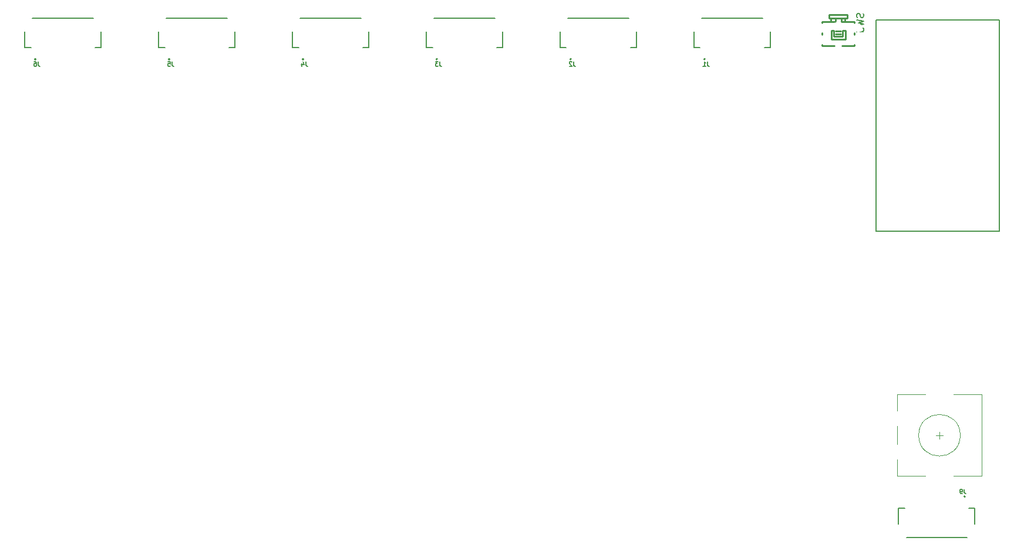
<source format=gbo>
G04 #@! TF.GenerationSoftware,KiCad,Pcbnew,7.0.8*
G04 #@! TF.CreationDate,2023-10-17T17:25:18-07:00*
G04 #@! TF.ProjectId,Seismos_CoreL,53656973-6d6f-4735-9f43-6f72654c2e6b,rev?*
G04 #@! TF.SameCoordinates,Original*
G04 #@! TF.FileFunction,Legend,Bot*
G04 #@! TF.FilePolarity,Positive*
%FSLAX46Y46*%
G04 Gerber Fmt 4.6, Leading zero omitted, Abs format (unit mm)*
G04 Created by KiCad (PCBNEW 7.0.8) date 2023-10-17 17:25:18*
%MOMM*%
%LPD*%
G01*
G04 APERTURE LIST*
G04 Aperture macros list*
%AMFreePoly0*
4,1,6,0.600000,0.200000,0.000000,-0.400000,-0.600000,0.200000,-0.600000,0.400000,0.600000,0.400000,0.600000,0.200000,0.600000,0.200000,$1*%
%AMFreePoly1*
4,1,6,0.600000,-0.250000,-0.600000,-0.250000,-0.600000,1.000000,0.000000,0.400000,0.600000,1.000000,0.600000,-0.250000,0.600000,-0.250000,$1*%
G04 Aperture macros list end*
%ADD10C,0.150000*%
%ADD11C,0.120000*%
%ADD12C,0.127000*%
%ADD13C,0.200000*%
%ADD14C,0.254000*%
%ADD15C,0.250000*%
%ADD16C,0.100000*%
%ADD17C,2.000000*%
%ADD18R,3.200000X2.000000*%
%ADD19C,1.200000*%
%ADD20O,2.500000X1.700000*%
%ADD21C,3.200000*%
%ADD22R,1.700000X1.700000*%
%ADD23O,1.700000X1.700000*%
%ADD24C,0.900000*%
%ADD25C,1.400000*%
%ADD26C,1.600000*%
%ADD27R,1.600000X1.600000*%
%ADD28FreePoly0,270.000000*%
%ADD29FreePoly0,90.000000*%
%ADD30FreePoly1,90.000000*%
%ADD31FreePoly1,270.000000*%
%ADD32R,0.600000X1.550000*%
%ADD33R,1.200000X1.800000*%
%ADD34R,1.550000X1.000000*%
G04 APERTURE END LIST*
D10*
X35945332Y-27054676D02*
X35945332Y-27511819D01*
X35945332Y-27511819D02*
X35975809Y-27603247D01*
X35975809Y-27603247D02*
X36036761Y-27664200D01*
X36036761Y-27664200D02*
X36128190Y-27694676D01*
X36128190Y-27694676D02*
X36189142Y-27694676D01*
X35366285Y-27054676D02*
X35488190Y-27054676D01*
X35488190Y-27054676D02*
X35549142Y-27085152D01*
X35549142Y-27085152D02*
X35579618Y-27115628D01*
X35579618Y-27115628D02*
X35640571Y-27207057D01*
X35640571Y-27207057D02*
X35671047Y-27328961D01*
X35671047Y-27328961D02*
X35671047Y-27572771D01*
X35671047Y-27572771D02*
X35640571Y-27633723D01*
X35640571Y-27633723D02*
X35610094Y-27664200D01*
X35610094Y-27664200D02*
X35549142Y-27694676D01*
X35549142Y-27694676D02*
X35427237Y-27694676D01*
X35427237Y-27694676D02*
X35366285Y-27664200D01*
X35366285Y-27664200D02*
X35335809Y-27633723D01*
X35335809Y-27633723D02*
X35305332Y-27572771D01*
X35305332Y-27572771D02*
X35305332Y-27420390D01*
X35305332Y-27420390D02*
X35335809Y-27359438D01*
X35335809Y-27359438D02*
X35366285Y-27328961D01*
X35366285Y-27328961D02*
X35427237Y-27298485D01*
X35427237Y-27298485D02*
X35549142Y-27298485D01*
X35549142Y-27298485D02*
X35610094Y-27328961D01*
X35610094Y-27328961D02*
X35640571Y-27359438D01*
X35640571Y-27359438D02*
X35671047Y-27420390D01*
X55245332Y-27054676D02*
X55245332Y-27511819D01*
X55245332Y-27511819D02*
X55275809Y-27603247D01*
X55275809Y-27603247D02*
X55336761Y-27664200D01*
X55336761Y-27664200D02*
X55428190Y-27694676D01*
X55428190Y-27694676D02*
X55489142Y-27694676D01*
X54635809Y-27054676D02*
X54940571Y-27054676D01*
X54940571Y-27054676D02*
X54971047Y-27359438D01*
X54971047Y-27359438D02*
X54940571Y-27328961D01*
X54940571Y-27328961D02*
X54879618Y-27298485D01*
X54879618Y-27298485D02*
X54727237Y-27298485D01*
X54727237Y-27298485D02*
X54666285Y-27328961D01*
X54666285Y-27328961D02*
X54635809Y-27359438D01*
X54635809Y-27359438D02*
X54605332Y-27420390D01*
X54605332Y-27420390D02*
X54605332Y-27572771D01*
X54605332Y-27572771D02*
X54635809Y-27633723D01*
X54635809Y-27633723D02*
X54666285Y-27664200D01*
X54666285Y-27664200D02*
X54727237Y-27694676D01*
X54727237Y-27694676D02*
X54879618Y-27694676D01*
X54879618Y-27694676D02*
X54940571Y-27664200D01*
X54940571Y-27664200D02*
X54971047Y-27633723D01*
X154901700Y-20093673D02*
X154949319Y-20236530D01*
X154949319Y-20236530D02*
X154949319Y-20474625D01*
X154949319Y-20474625D02*
X154901700Y-20569863D01*
X154901700Y-20569863D02*
X154854080Y-20617482D01*
X154854080Y-20617482D02*
X154758842Y-20665101D01*
X154758842Y-20665101D02*
X154663604Y-20665101D01*
X154663604Y-20665101D02*
X154568366Y-20617482D01*
X154568366Y-20617482D02*
X154520747Y-20569863D01*
X154520747Y-20569863D02*
X154473128Y-20474625D01*
X154473128Y-20474625D02*
X154425509Y-20284149D01*
X154425509Y-20284149D02*
X154377890Y-20188911D01*
X154377890Y-20188911D02*
X154330271Y-20141292D01*
X154330271Y-20141292D02*
X154235033Y-20093673D01*
X154235033Y-20093673D02*
X154139795Y-20093673D01*
X154139795Y-20093673D02*
X154044557Y-20141292D01*
X154044557Y-20141292D02*
X153996938Y-20188911D01*
X153996938Y-20188911D02*
X153949319Y-20284149D01*
X153949319Y-20284149D02*
X153949319Y-20522244D01*
X153949319Y-20522244D02*
X153996938Y-20665101D01*
X153949319Y-20998435D02*
X154949319Y-21236530D01*
X154949319Y-21236530D02*
X154235033Y-21427006D01*
X154235033Y-21427006D02*
X154949319Y-21617482D01*
X154949319Y-21617482D02*
X153949319Y-21855578D01*
X153949319Y-22141292D02*
X153949319Y-22760339D01*
X153949319Y-22760339D02*
X154330271Y-22427006D01*
X154330271Y-22427006D02*
X154330271Y-22569863D01*
X154330271Y-22569863D02*
X154377890Y-22665101D01*
X154377890Y-22665101D02*
X154425509Y-22712720D01*
X154425509Y-22712720D02*
X154520747Y-22760339D01*
X154520747Y-22760339D02*
X154758842Y-22760339D01*
X154758842Y-22760339D02*
X154854080Y-22712720D01*
X154854080Y-22712720D02*
X154901700Y-22665101D01*
X154901700Y-22665101D02*
X154949319Y-22569863D01*
X154949319Y-22569863D02*
X154949319Y-22284149D01*
X154949319Y-22284149D02*
X154901700Y-22188911D01*
X154901700Y-22188911D02*
X154854080Y-22141292D01*
X132445332Y-27054676D02*
X132445332Y-27511819D01*
X132445332Y-27511819D02*
X132475809Y-27603247D01*
X132475809Y-27603247D02*
X132536761Y-27664200D01*
X132536761Y-27664200D02*
X132628190Y-27694676D01*
X132628190Y-27694676D02*
X132689142Y-27694676D01*
X131805332Y-27694676D02*
X132171047Y-27694676D01*
X131988190Y-27694676D02*
X131988190Y-27054676D01*
X131988190Y-27054676D02*
X132049142Y-27146104D01*
X132049142Y-27146104D02*
X132110094Y-27207057D01*
X132110094Y-27207057D02*
X132171047Y-27237533D01*
X169481332Y-88741876D02*
X169481332Y-89199019D01*
X169481332Y-89199019D02*
X169511809Y-89290447D01*
X169511809Y-89290447D02*
X169572761Y-89351400D01*
X169572761Y-89351400D02*
X169664190Y-89381876D01*
X169664190Y-89381876D02*
X169725142Y-89381876D01*
X169146094Y-89381876D02*
X169024190Y-89381876D01*
X169024190Y-89381876D02*
X168963237Y-89351400D01*
X168963237Y-89351400D02*
X168932761Y-89320923D01*
X168932761Y-89320923D02*
X168871809Y-89229495D01*
X168871809Y-89229495D02*
X168841332Y-89107590D01*
X168841332Y-89107590D02*
X168841332Y-88863780D01*
X168841332Y-88863780D02*
X168871809Y-88802828D01*
X168871809Y-88802828D02*
X168902285Y-88772352D01*
X168902285Y-88772352D02*
X168963237Y-88741876D01*
X168963237Y-88741876D02*
X169085142Y-88741876D01*
X169085142Y-88741876D02*
X169146094Y-88772352D01*
X169146094Y-88772352D02*
X169176571Y-88802828D01*
X169176571Y-88802828D02*
X169207047Y-88863780D01*
X169207047Y-88863780D02*
X169207047Y-89016161D01*
X169207047Y-89016161D02*
X169176571Y-89077114D01*
X169176571Y-89077114D02*
X169146094Y-89107590D01*
X169146094Y-89107590D02*
X169085142Y-89138066D01*
X169085142Y-89138066D02*
X168963237Y-89138066D01*
X168963237Y-89138066D02*
X168902285Y-89107590D01*
X168902285Y-89107590D02*
X168871809Y-89077114D01*
X168871809Y-89077114D02*
X168841332Y-89016161D01*
X93845332Y-27054676D02*
X93845332Y-27511819D01*
X93845332Y-27511819D02*
X93875809Y-27603247D01*
X93875809Y-27603247D02*
X93936761Y-27664200D01*
X93936761Y-27664200D02*
X94028190Y-27694676D01*
X94028190Y-27694676D02*
X94089142Y-27694676D01*
X93601523Y-27054676D02*
X93205332Y-27054676D01*
X93205332Y-27054676D02*
X93418666Y-27298485D01*
X93418666Y-27298485D02*
X93327237Y-27298485D01*
X93327237Y-27298485D02*
X93266285Y-27328961D01*
X93266285Y-27328961D02*
X93235809Y-27359438D01*
X93235809Y-27359438D02*
X93205332Y-27420390D01*
X93205332Y-27420390D02*
X93205332Y-27572771D01*
X93205332Y-27572771D02*
X93235809Y-27633723D01*
X93235809Y-27633723D02*
X93266285Y-27664200D01*
X93266285Y-27664200D02*
X93327237Y-27694676D01*
X93327237Y-27694676D02*
X93510094Y-27694676D01*
X93510094Y-27694676D02*
X93571047Y-27664200D01*
X93571047Y-27664200D02*
X93601523Y-27633723D01*
X74545332Y-27054676D02*
X74545332Y-27511819D01*
X74545332Y-27511819D02*
X74575809Y-27603247D01*
X74575809Y-27603247D02*
X74636761Y-27664200D01*
X74636761Y-27664200D02*
X74728190Y-27694676D01*
X74728190Y-27694676D02*
X74789142Y-27694676D01*
X73966285Y-27268009D02*
X73966285Y-27694676D01*
X74118666Y-27024200D02*
X74271047Y-27481342D01*
X74271047Y-27481342D02*
X73874856Y-27481342D01*
X113145332Y-27054676D02*
X113145332Y-27511819D01*
X113145332Y-27511819D02*
X113175809Y-27603247D01*
X113175809Y-27603247D02*
X113236761Y-27664200D01*
X113236761Y-27664200D02*
X113328190Y-27694676D01*
X113328190Y-27694676D02*
X113389142Y-27694676D01*
X112871047Y-27115628D02*
X112840571Y-27085152D01*
X112840571Y-27085152D02*
X112779618Y-27054676D01*
X112779618Y-27054676D02*
X112627237Y-27054676D01*
X112627237Y-27054676D02*
X112566285Y-27085152D01*
X112566285Y-27085152D02*
X112535809Y-27115628D01*
X112535809Y-27115628D02*
X112505332Y-27176580D01*
X112505332Y-27176580D02*
X112505332Y-27237533D01*
X112505332Y-27237533D02*
X112535809Y-27328961D01*
X112535809Y-27328961D02*
X112901523Y-27694676D01*
X112901523Y-27694676D02*
X112505332Y-27694676D01*
D11*
X171990000Y-86860000D02*
X171990000Y-75060000D01*
X167890000Y-86860000D02*
X171990000Y-86860000D01*
X167890000Y-75060000D02*
X171990000Y-75060000D01*
X166390000Y-80960000D02*
X165390000Y-80960000D01*
X165890000Y-81460000D02*
X165890000Y-80460000D01*
X163890000Y-86860000D02*
X159790000Y-86860000D01*
X159790000Y-86860000D02*
X159790000Y-84460000D01*
X159790000Y-82260000D02*
X159790000Y-79660000D01*
X159790000Y-77460000D02*
X159790000Y-75060000D01*
X159790000Y-75060000D02*
X163890000Y-75060000D01*
X168890000Y-80960000D02*
G75*
G03*
X168890000Y-80960000I-3000000J0D01*
G01*
D10*
X174526000Y-21016000D02*
X174526000Y-51496000D01*
X156746000Y-21016000D02*
X174526000Y-21016000D01*
X156746000Y-21016000D02*
X156746000Y-51496000D01*
X174526000Y-51496000D02*
X156746000Y-51496000D01*
D12*
X34000000Y-25050000D02*
X34000000Y-22720000D01*
X34880000Y-25050000D02*
X34000000Y-25050000D01*
X35110000Y-20800000D02*
X43890000Y-20800000D01*
X44120000Y-25050000D02*
X45000000Y-25050000D01*
X45000000Y-25050000D02*
X45000000Y-22720000D01*
D13*
X35600000Y-26700000D02*
G75*
G03*
X35600000Y-26700000I-100000J0D01*
G01*
D12*
X53300000Y-25050000D02*
X53300000Y-22720000D01*
X54180000Y-25050000D02*
X53300000Y-25050000D01*
X54410000Y-20800000D02*
X63190000Y-20800000D01*
X63420000Y-25050000D02*
X64300000Y-25050000D01*
X64300000Y-25050000D02*
X64300000Y-22720000D01*
D13*
X54900000Y-26700000D02*
G75*
G03*
X54900000Y-26700000I-100000J0D01*
G01*
D14*
X148937500Y-24799500D02*
X148937500Y-24630500D01*
X150748500Y-24799500D02*
X149001500Y-24799500D01*
X153637500Y-24799500D02*
X151826500Y-24799500D01*
X153637500Y-24630500D02*
X153637500Y-24799500D01*
X150271500Y-23811500D02*
X152303500Y-23811500D01*
X152303500Y-23811500D02*
X152303500Y-22541500D01*
X150652500Y-23430500D02*
X151922500Y-23430500D01*
X151922500Y-23430500D02*
X151922500Y-22541500D01*
X148937500Y-23168500D02*
X148937500Y-22930500D01*
X150906500Y-23049500D02*
X151668500Y-23049500D01*
X153637500Y-22930500D02*
X153637500Y-23168500D01*
X150906500Y-22668500D02*
X151668500Y-22668500D01*
X150271500Y-22541500D02*
X150271500Y-23811500D01*
X150271500Y-22541500D02*
X150652500Y-22541500D01*
X150652500Y-22541500D02*
X150652500Y-23430500D01*
X151922500Y-22541500D02*
X152303500Y-22541500D01*
X148937500Y-21468500D02*
X148937500Y-21299500D01*
X150748500Y-21299500D02*
X148937500Y-21299500D01*
X153637500Y-21299500D02*
X153637500Y-21468500D01*
X153637500Y-21299500D02*
X151826500Y-21299500D01*
X149987500Y-20763500D02*
X152587500Y-20763500D01*
X150196500Y-20763500D02*
X150196500Y-21299500D01*
X150858500Y-20763500D02*
X150858500Y-21299500D01*
X151713500Y-20763500D02*
X151713500Y-21299500D01*
X152281500Y-20763500D02*
X152281500Y-21299500D01*
X149987500Y-20299500D02*
X149987500Y-20763500D01*
X149987500Y-20299500D02*
X152587500Y-20299500D01*
X152587500Y-20299500D02*
X152587500Y-20763500D01*
D12*
X130500000Y-25050000D02*
X130500000Y-22720000D01*
X131380000Y-25050000D02*
X130500000Y-25050000D01*
X131610000Y-20800000D02*
X140390000Y-20800000D01*
X140620000Y-25050000D02*
X141500000Y-25050000D01*
X141500000Y-25050000D02*
X141500000Y-22720000D01*
D13*
X132100000Y-26700000D02*
G75*
G03*
X132100000Y-26700000I-100000J0D01*
G01*
D12*
X171000000Y-91450000D02*
X171000000Y-93780000D01*
X170120000Y-91450000D02*
X171000000Y-91450000D01*
X169890000Y-95700000D02*
X161110000Y-95700000D01*
X160880000Y-91450000D02*
X160000000Y-91450000D01*
X160000000Y-91450000D02*
X160000000Y-93780000D01*
D13*
X169600000Y-89800000D02*
G75*
G03*
X169600000Y-89800000I-100000J0D01*
G01*
D12*
X91900000Y-25050000D02*
X91900000Y-22720000D01*
X92780000Y-25050000D02*
X91900000Y-25050000D01*
X93010000Y-20800000D02*
X101790000Y-20800000D01*
X102020000Y-25050000D02*
X102900000Y-25050000D01*
X102900000Y-25050000D02*
X102900000Y-22720000D01*
D13*
X93500000Y-26700000D02*
G75*
G03*
X93500000Y-26700000I-100000J0D01*
G01*
D12*
X72600000Y-25050000D02*
X72600000Y-22720000D01*
X73480000Y-25050000D02*
X72600000Y-25050000D01*
X73710000Y-20800000D02*
X82490000Y-20800000D01*
X82720000Y-25050000D02*
X83600000Y-25050000D01*
X83600000Y-25050000D02*
X83600000Y-22720000D01*
D13*
X74200000Y-26700000D02*
G75*
G03*
X74200000Y-26700000I-100000J0D01*
G01*
D12*
X111200000Y-25050000D02*
X111200000Y-22720000D01*
X112080000Y-25050000D02*
X111200000Y-25050000D01*
X112310000Y-20800000D02*
X121090000Y-20800000D01*
X121320000Y-25050000D02*
X122200000Y-25050000D01*
X122200000Y-25050000D02*
X122200000Y-22720000D01*
D13*
X112800000Y-26700000D02*
G75*
G03*
X112800000Y-26700000I-100000J0D01*
G01*
%LPC*%
D15*
X166523000Y-22286000D02*
G75*
G03*
X166523000Y-22286000I-125000J0D01*
G01*
X164999000Y-22286000D02*
G75*
G03*
X164999000Y-22286000I-125000J0D01*
G01*
X166523000Y-24826000D02*
G75*
G03*
X166523000Y-24826000I-125000J0D01*
G01*
X164999000Y-24826000D02*
G75*
G03*
X164999000Y-24826000I-125000J0D01*
G01*
X166523000Y-27366000D02*
G75*
G03*
X166523000Y-27366000I-125000J0D01*
G01*
X164999000Y-27366000D02*
G75*
G03*
X164999000Y-27366000I-125000J0D01*
G01*
X166523000Y-29906000D02*
G75*
G03*
X166523000Y-29906000I-125000J0D01*
G01*
X164999000Y-29906000D02*
G75*
G03*
X164999000Y-29906000I-125000J0D01*
G01*
X166523000Y-32446000D02*
G75*
G03*
X166523000Y-32446000I-125000J0D01*
G01*
X164999000Y-32446000D02*
G75*
G03*
X164999000Y-32446000I-125000J0D01*
G01*
X166523000Y-34986000D02*
G75*
G03*
X166523000Y-34986000I-125000J0D01*
G01*
X164999000Y-34986000D02*
G75*
G03*
X164999000Y-34986000I-125000J0D01*
G01*
X166523000Y-37526000D02*
G75*
G03*
X166523000Y-37526000I-125000J0D01*
G01*
X164999000Y-37526000D02*
G75*
G03*
X164999000Y-37526000I-125000J0D01*
G01*
X166523000Y-40066000D02*
G75*
G03*
X166523000Y-40066000I-125000J0D01*
G01*
X164999000Y-40066000D02*
G75*
G03*
X164999000Y-40066000I-125000J0D01*
G01*
X166523000Y-42606000D02*
G75*
G03*
X166523000Y-42606000I-125000J0D01*
G01*
X164999000Y-42606000D02*
G75*
G03*
X164999000Y-42606000I-125000J0D01*
G01*
X166523000Y-45146000D02*
G75*
G03*
X166523000Y-45146000I-125000J0D01*
G01*
X164999000Y-45146000D02*
G75*
G03*
X164999000Y-45146000I-125000J0D01*
G01*
X166523000Y-47686000D02*
G75*
G03*
X166523000Y-47686000I-125000J0D01*
G01*
X164999000Y-47686000D02*
G75*
G03*
X164999000Y-47686000I-125000J0D01*
G01*
X166523000Y-50226000D02*
G75*
G03*
X166523000Y-50226000I-125000J0D01*
G01*
X164999000Y-50226000D02*
G75*
G03*
X164999000Y-50226000I-125000J0D01*
G01*
D16*
X160556000Y-22794000D02*
X159540000Y-22794000D01*
X159540000Y-21778000D01*
X160556000Y-21778000D01*
X160556000Y-22794000D01*
G36*
X160556000Y-22794000D02*
G01*
X159540000Y-22794000D01*
X159540000Y-21778000D01*
X160556000Y-21778000D01*
X160556000Y-22794000D01*
G37*
X171732000Y-22794000D02*
X170716000Y-22794000D01*
X170716000Y-21778000D01*
X171732000Y-21778000D01*
X171732000Y-22794000D01*
G36*
X171732000Y-22794000D02*
G01*
X170716000Y-22794000D01*
X170716000Y-21778000D01*
X171732000Y-21778000D01*
X171732000Y-22794000D01*
G37*
X160556000Y-25334000D02*
X159540000Y-25334000D01*
X159540000Y-24318000D01*
X160556000Y-24318000D01*
X160556000Y-25334000D01*
G36*
X160556000Y-25334000D02*
G01*
X159540000Y-25334000D01*
X159540000Y-24318000D01*
X160556000Y-24318000D01*
X160556000Y-25334000D01*
G37*
X171732000Y-25334000D02*
X170716000Y-25334000D01*
X170716000Y-24318000D01*
X171732000Y-24318000D01*
X171732000Y-25334000D01*
G36*
X171732000Y-25334000D02*
G01*
X170716000Y-25334000D01*
X170716000Y-24318000D01*
X171732000Y-24318000D01*
X171732000Y-25334000D01*
G37*
X160556000Y-27874000D02*
X159540000Y-27874000D01*
X159540000Y-26858000D01*
X160556000Y-26858000D01*
X160556000Y-27874000D01*
G36*
X160556000Y-27874000D02*
G01*
X159540000Y-27874000D01*
X159540000Y-26858000D01*
X160556000Y-26858000D01*
X160556000Y-27874000D01*
G37*
X171732000Y-27874000D02*
X170716000Y-27874000D01*
X170716000Y-26858000D01*
X171732000Y-26858000D01*
X171732000Y-27874000D01*
G36*
X171732000Y-27874000D02*
G01*
X170716000Y-27874000D01*
X170716000Y-26858000D01*
X171732000Y-26858000D01*
X171732000Y-27874000D01*
G37*
X160556000Y-30414000D02*
X159540000Y-30414000D01*
X159540000Y-29398000D01*
X160556000Y-29398000D01*
X160556000Y-30414000D01*
G36*
X160556000Y-30414000D02*
G01*
X159540000Y-30414000D01*
X159540000Y-29398000D01*
X160556000Y-29398000D01*
X160556000Y-30414000D01*
G37*
X171732000Y-30414000D02*
X170716000Y-30414000D01*
X170716000Y-29398000D01*
X171732000Y-29398000D01*
X171732000Y-30414000D01*
G36*
X171732000Y-30414000D02*
G01*
X170716000Y-30414000D01*
X170716000Y-29398000D01*
X171732000Y-29398000D01*
X171732000Y-30414000D01*
G37*
X160556000Y-32954000D02*
X159540000Y-32954000D01*
X159540000Y-31938000D01*
X160556000Y-31938000D01*
X160556000Y-32954000D01*
G36*
X160556000Y-32954000D02*
G01*
X159540000Y-32954000D01*
X159540000Y-31938000D01*
X160556000Y-31938000D01*
X160556000Y-32954000D01*
G37*
X171732000Y-32954000D02*
X170716000Y-32954000D01*
X170716000Y-31938000D01*
X171732000Y-31938000D01*
X171732000Y-32954000D01*
G36*
X171732000Y-32954000D02*
G01*
X170716000Y-32954000D01*
X170716000Y-31938000D01*
X171732000Y-31938000D01*
X171732000Y-32954000D01*
G37*
X160556000Y-35494000D02*
X159540000Y-35494000D01*
X159540000Y-34478000D01*
X160556000Y-34478000D01*
X160556000Y-35494000D01*
G36*
X160556000Y-35494000D02*
G01*
X159540000Y-35494000D01*
X159540000Y-34478000D01*
X160556000Y-34478000D01*
X160556000Y-35494000D01*
G37*
X171732000Y-35494000D02*
X170716000Y-35494000D01*
X170716000Y-34478000D01*
X171732000Y-34478000D01*
X171732000Y-35494000D01*
G36*
X171732000Y-35494000D02*
G01*
X170716000Y-35494000D01*
X170716000Y-34478000D01*
X171732000Y-34478000D01*
X171732000Y-35494000D01*
G37*
X160556000Y-38034000D02*
X159540000Y-38034000D01*
X159540000Y-37018000D01*
X160556000Y-37018000D01*
X160556000Y-38034000D01*
G36*
X160556000Y-38034000D02*
G01*
X159540000Y-38034000D01*
X159540000Y-37018000D01*
X160556000Y-37018000D01*
X160556000Y-38034000D01*
G37*
X171732000Y-38034000D02*
X170716000Y-38034000D01*
X170716000Y-37018000D01*
X171732000Y-37018000D01*
X171732000Y-38034000D01*
G36*
X171732000Y-38034000D02*
G01*
X170716000Y-38034000D01*
X170716000Y-37018000D01*
X171732000Y-37018000D01*
X171732000Y-38034000D01*
G37*
X160556000Y-40574000D02*
X159540000Y-40574000D01*
X159540000Y-39558000D01*
X160556000Y-39558000D01*
X160556000Y-40574000D01*
G36*
X160556000Y-40574000D02*
G01*
X159540000Y-40574000D01*
X159540000Y-39558000D01*
X160556000Y-39558000D01*
X160556000Y-40574000D01*
G37*
X171732000Y-40574000D02*
X170716000Y-40574000D01*
X170716000Y-39558000D01*
X171732000Y-39558000D01*
X171732000Y-40574000D01*
G36*
X171732000Y-40574000D02*
G01*
X170716000Y-40574000D01*
X170716000Y-39558000D01*
X171732000Y-39558000D01*
X171732000Y-40574000D01*
G37*
X160556000Y-43114000D02*
X159540000Y-43114000D01*
X159540000Y-42098000D01*
X160556000Y-42098000D01*
X160556000Y-43114000D01*
G36*
X160556000Y-43114000D02*
G01*
X159540000Y-43114000D01*
X159540000Y-42098000D01*
X160556000Y-42098000D01*
X160556000Y-43114000D01*
G37*
X171732000Y-43114000D02*
X170716000Y-43114000D01*
X170716000Y-42098000D01*
X171732000Y-42098000D01*
X171732000Y-43114000D01*
G36*
X171732000Y-43114000D02*
G01*
X170716000Y-43114000D01*
X170716000Y-42098000D01*
X171732000Y-42098000D01*
X171732000Y-43114000D01*
G37*
X160556000Y-45654000D02*
X159540000Y-45654000D01*
X159540000Y-44638000D01*
X160556000Y-44638000D01*
X160556000Y-45654000D01*
G36*
X160556000Y-45654000D02*
G01*
X159540000Y-45654000D01*
X159540000Y-44638000D01*
X160556000Y-44638000D01*
X160556000Y-45654000D01*
G37*
X171732000Y-45654000D02*
X170716000Y-45654000D01*
X170716000Y-44638000D01*
X171732000Y-44638000D01*
X171732000Y-45654000D01*
G36*
X171732000Y-45654000D02*
G01*
X170716000Y-45654000D01*
X170716000Y-44638000D01*
X171732000Y-44638000D01*
X171732000Y-45654000D01*
G37*
X160556000Y-48194000D02*
X159540000Y-48194000D01*
X159540000Y-47178000D01*
X160556000Y-47178000D01*
X160556000Y-48194000D01*
G36*
X160556000Y-48194000D02*
G01*
X159540000Y-48194000D01*
X159540000Y-47178000D01*
X160556000Y-47178000D01*
X160556000Y-48194000D01*
G37*
X171732000Y-48194000D02*
X170716000Y-48194000D01*
X170716000Y-47178000D01*
X171732000Y-47178000D01*
X171732000Y-48194000D01*
G36*
X171732000Y-48194000D02*
G01*
X170716000Y-48194000D01*
X170716000Y-47178000D01*
X171732000Y-47178000D01*
X171732000Y-48194000D01*
G37*
X160556000Y-50734000D02*
X159540000Y-50734000D01*
X159540000Y-49718000D01*
X160556000Y-49718000D01*
X160556000Y-50734000D01*
G36*
X160556000Y-50734000D02*
G01*
X159540000Y-50734000D01*
X159540000Y-49718000D01*
X160556000Y-49718000D01*
X160556000Y-50734000D01*
G37*
X171732000Y-50734000D02*
X170716000Y-50734000D01*
X170716000Y-49718000D01*
X171732000Y-49718000D01*
X171732000Y-50734000D01*
G36*
X171732000Y-50734000D02*
G01*
X170716000Y-50734000D01*
X170716000Y-49718000D01*
X171732000Y-49718000D01*
X171732000Y-50734000D01*
G37*
D17*
X173390000Y-83460000D03*
X173390000Y-78460000D03*
X173390000Y-80960000D03*
D18*
X165890000Y-86560000D03*
X165890000Y-75360000D03*
D17*
X158890000Y-78460000D03*
X158890000Y-83460000D03*
D19*
X173330000Y-67275000D03*
X166330000Y-67275000D03*
X173330000Y-69025000D03*
X166330000Y-69025000D03*
D20*
X164530000Y-71125000D03*
X168530000Y-71125000D03*
X171530000Y-71125000D03*
X163530000Y-66925000D03*
D21*
X156000000Y-64750000D03*
X87600000Y-25500000D03*
D22*
X160556000Y-53766000D03*
D23*
X163096000Y-53766000D03*
X165636000Y-53766000D03*
X168176000Y-53766000D03*
X170716000Y-53766000D03*
D24*
X174800000Y-61632000D03*
X174800000Y-58632000D03*
D21*
X49000000Y-25500000D03*
D25*
X168050500Y-58632000D03*
X168050500Y-60632000D03*
D21*
X126200000Y-25500000D03*
D26*
X173256000Y-22286000D03*
D27*
X173256000Y-22286000D03*
D28*
X171478000Y-22286000D03*
D29*
X159794000Y-22286000D03*
D26*
X158016000Y-22286000D03*
X173256000Y-24826000D03*
D28*
X171478000Y-24826000D03*
D29*
X159794000Y-24826000D03*
D26*
X158016000Y-24826000D03*
X173256000Y-27366000D03*
D28*
X171478000Y-27366000D03*
D29*
X159794000Y-27366000D03*
D26*
X158016000Y-27366000D03*
X173256000Y-29906000D03*
D28*
X171478000Y-29906000D03*
D29*
X159794000Y-29906000D03*
D26*
X158016000Y-29906000D03*
X173256000Y-32446000D03*
D28*
X171478000Y-32446000D03*
D29*
X159794000Y-32446000D03*
D26*
X158016000Y-32446000D03*
X173256000Y-34986000D03*
D28*
X171478000Y-34986000D03*
D29*
X159794000Y-34986000D03*
D26*
X158016000Y-34986000D03*
X173256000Y-37526000D03*
D28*
X171478000Y-37526000D03*
D29*
X159794000Y-37526000D03*
D26*
X158016000Y-37526000D03*
X173256000Y-40066000D03*
D28*
X171478000Y-40066000D03*
D29*
X159794000Y-40066000D03*
D26*
X158016000Y-40066000D03*
X173256000Y-42606000D03*
D28*
X171478000Y-42606000D03*
D29*
X159794000Y-42606000D03*
D26*
X158016000Y-42606000D03*
X173256000Y-45146000D03*
D28*
X171478000Y-45146000D03*
D29*
X159794000Y-45146000D03*
D26*
X158016000Y-45146000D03*
X173256000Y-47686000D03*
D28*
X171478000Y-47686000D03*
D29*
X159794000Y-47686000D03*
D26*
X158016000Y-47686000D03*
X173256000Y-50226000D03*
D28*
X171478000Y-50226000D03*
D29*
X159794000Y-50226000D03*
D26*
X158016000Y-50226000D03*
D30*
X160810000Y-22286000D03*
X160810000Y-24826000D03*
X160810000Y-27366000D03*
X160810000Y-29906000D03*
X160810000Y-32446000D03*
X160810000Y-34986000D03*
X160810000Y-37526000D03*
X160810000Y-40066000D03*
X160810000Y-42606000D03*
X160810000Y-45146000D03*
X160810000Y-47686000D03*
X160810000Y-50226000D03*
D31*
X170462000Y-50226000D03*
X170462000Y-47686000D03*
X170462000Y-45146000D03*
X170462000Y-42606000D03*
X170462000Y-40066000D03*
X170462000Y-37526000D03*
X170462000Y-34986000D03*
X170462000Y-32446000D03*
X170462000Y-29906000D03*
X170462000Y-27366000D03*
X170462000Y-24826000D03*
X170462000Y-22286000D03*
D21*
X154500000Y-92500000D03*
D32*
X35500000Y-25375000D03*
X36500000Y-25375000D03*
X37500000Y-25375000D03*
X38500000Y-25375000D03*
X39500000Y-25375000D03*
X40500000Y-25375000D03*
X41500000Y-25375000D03*
X42500000Y-25375000D03*
X43500000Y-25375000D03*
D33*
X34200000Y-21500000D03*
X44800000Y-21500000D03*
D32*
X54800000Y-25375000D03*
X55800000Y-25375000D03*
X56800000Y-25375000D03*
X57800000Y-25375000D03*
X58800000Y-25375000D03*
X59800000Y-25375000D03*
X60800000Y-25375000D03*
X61800000Y-25375000D03*
X62800000Y-25375000D03*
D33*
X53500000Y-21500000D03*
X64100000Y-21500000D03*
D24*
X151287500Y-24449500D03*
X151287500Y-21649500D03*
D34*
X153887500Y-23899500D03*
X153887500Y-22199500D03*
X148687500Y-23899500D03*
X148687500Y-22199500D03*
D32*
X132000000Y-25375000D03*
X133000000Y-25375000D03*
X134000000Y-25375000D03*
X135000000Y-25375000D03*
X136000000Y-25375000D03*
X137000000Y-25375000D03*
X138000000Y-25375000D03*
X139000000Y-25375000D03*
X140000000Y-25375000D03*
D33*
X130700000Y-21500000D03*
X141300000Y-21500000D03*
D32*
X169500000Y-91125000D03*
X168500000Y-91125000D03*
X167500000Y-91125000D03*
X166500000Y-91125000D03*
X165500000Y-91125000D03*
X164500000Y-91125000D03*
X163500000Y-91125000D03*
X162500000Y-91125000D03*
X161500000Y-91125000D03*
D33*
X170800000Y-95000000D03*
X160200000Y-95000000D03*
D32*
X93400000Y-25375000D03*
X94400000Y-25375000D03*
X95400000Y-25375000D03*
X96400000Y-25375000D03*
X97400000Y-25375000D03*
X98400000Y-25375000D03*
X99400000Y-25375000D03*
X100400000Y-25375000D03*
X101400000Y-25375000D03*
D33*
X92100000Y-21500000D03*
X102700000Y-21500000D03*
D32*
X74100000Y-25375000D03*
X75100000Y-25375000D03*
X76100000Y-25375000D03*
X77100000Y-25375000D03*
X78100000Y-25375000D03*
X79100000Y-25375000D03*
X80100000Y-25375000D03*
X81100000Y-25375000D03*
X82100000Y-25375000D03*
D33*
X72800000Y-21500000D03*
X83400000Y-21500000D03*
D32*
X112700000Y-25375000D03*
X113700000Y-25375000D03*
X114700000Y-25375000D03*
X115700000Y-25375000D03*
X116700000Y-25375000D03*
X117700000Y-25375000D03*
X118700000Y-25375000D03*
X119700000Y-25375000D03*
X120700000Y-25375000D03*
D33*
X111400000Y-21500000D03*
X122000000Y-21500000D03*
%LPD*%
M02*

</source>
